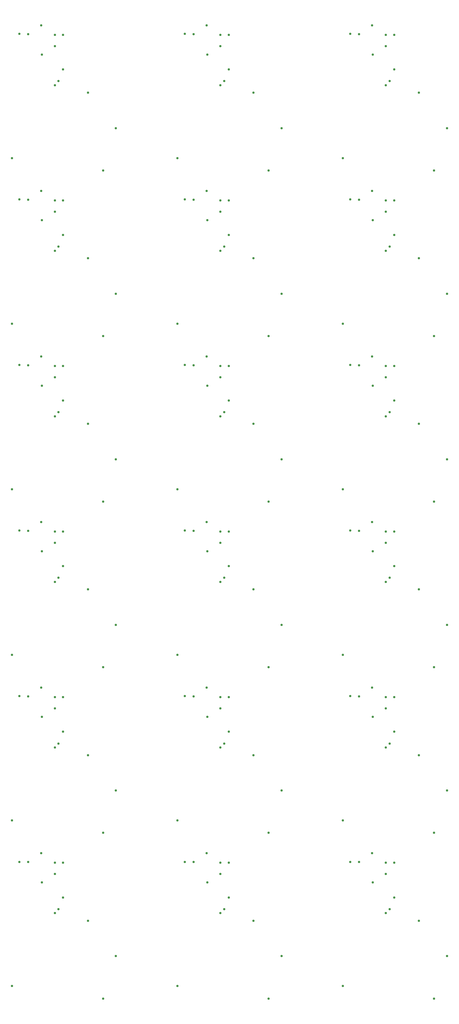
<source format=gbr>
G04 -- output software:jlccam v1.3.0 *
G04 -- dbname:*
G04 -- stepname:set*
G04 -- layer:sk*
*
G04 -- format*
%FSLAX26Y26*%
%MOIN*%
*
G04 -- apertures*
%ADD10C,0.021654*%
*
G75*
G90*
*
G54D10*
%LPD*%
D10*
X764179Y220500D03*
X833679Y1395700D03*
X916278Y1393200D03*
X1039379Y1476400D03*
X1047179Y1200800D03*
X1169279Y1385800D03*
Y1279500D03*
Y909400D03*
X1204679Y948800D03*
X1247979Y1385800D03*
Y1059100D03*
X1484279Y838600D03*
X1625979Y102400D03*
X1747979Y503900D03*
D10*
X764179Y1787429D03*
X833679Y2962629D03*
X916278Y2960129D03*
X1039379Y3043329D03*
X1047179Y2767729D03*
X1169279Y2952729D03*
Y2846429D03*
Y2476329D03*
X1204679Y2515729D03*
X1247979Y2952729D03*
Y2626029D03*
X1484279Y2405529D03*
X1625979Y1669329D03*
X1747979Y2070829D03*
D10*
X764179Y3354358D03*
X833679Y4529558D03*
X916278Y4527058D03*
X1039379Y4610258D03*
X1047179Y4334658D03*
X1169279Y4519658D03*
Y4413358D03*
Y4043258D03*
X1204679Y4082658D03*
X1247979Y4519658D03*
Y4192958D03*
X1484279Y3972458D03*
X1625979Y3236258D03*
X1747979Y3637758D03*
D10*
X764179Y4921287D03*
X833679Y6096487D03*
X916278Y6093987D03*
X1039379Y6177187D03*
X1047179Y5901587D03*
X1169279Y6086587D03*
Y5980287D03*
Y5610187D03*
X1204679Y5649587D03*
X1247979Y6086587D03*
Y5759887D03*
X1484279Y5539387D03*
X1625979Y4803187D03*
X1747979Y5204687D03*
D10*
X764179Y6488216D03*
X833679Y7663416D03*
X916278Y7660916D03*
X1039379Y7744116D03*
X1047179Y7468516D03*
X1169279Y7653516D03*
Y7547216D03*
Y7177116D03*
X1204679Y7216516D03*
X1247979Y7653516D03*
Y7326816D03*
X1484279Y7106316D03*
X1625979Y6370116D03*
X1747979Y6771616D03*
D10*
X764179Y8055145D03*
X833679Y9230345D03*
X916278Y9227845D03*
X1039379Y9311045D03*
X1047179Y9035445D03*
X1169279Y9220445D03*
Y9114145D03*
Y8744045D03*
X1204679Y8783445D03*
X1247979Y9220445D03*
Y8893745D03*
X1484279Y8673245D03*
X1625979Y7937045D03*
X1747979Y8338545D03*
D10*
X2331086Y220500D03*
X2400586Y1395700D03*
X2483185Y1393200D03*
X2606286Y1476400D03*
X2614086Y1200800D03*
X2736186Y1385800D03*
Y1279500D03*
Y909400D03*
X2771586Y948800D03*
X2814886Y1385800D03*
Y1059100D03*
X3051186Y838600D03*
X3192886Y102400D03*
X3314886Y503900D03*
D10*
X2331086Y1787429D03*
X2400586Y2962629D03*
X2483185Y2960129D03*
X2606286Y3043329D03*
X2614086Y2767729D03*
X2736186Y2952729D03*
Y2846429D03*
Y2476329D03*
X2771586Y2515729D03*
X2814886Y2952729D03*
Y2626029D03*
X3051186Y2405529D03*
X3192886Y1669329D03*
X3314886Y2070829D03*
D10*
X2331086Y3354358D03*
X2400586Y4529558D03*
X2483185Y4527058D03*
X2606286Y4610258D03*
X2614086Y4334658D03*
X2736186Y4519658D03*
Y4413358D03*
Y4043258D03*
X2771586Y4082658D03*
X2814886Y4519658D03*
Y4192958D03*
X3051186Y3972458D03*
X3192886Y3236258D03*
X3314886Y3637758D03*
D10*
X2331086Y4921287D03*
X2400586Y6096487D03*
X2483185Y6093987D03*
X2606286Y6177187D03*
X2614086Y5901587D03*
X2736186Y6086587D03*
Y5980287D03*
Y5610187D03*
X2771586Y5649587D03*
X2814886Y6086587D03*
Y5759887D03*
X3051186Y5539387D03*
X3192886Y4803187D03*
X3314886Y5204687D03*
D10*
X2331086Y6488216D03*
X2400586Y7663416D03*
X2483185Y7660916D03*
X2606286Y7744116D03*
X2614086Y7468516D03*
X2736186Y7653516D03*
Y7547216D03*
Y7177116D03*
X2771586Y7216516D03*
X2814886Y7653516D03*
Y7326816D03*
X3051186Y7106316D03*
X3192886Y6370116D03*
X3314886Y6771616D03*
D10*
X2331086Y8055145D03*
X2400586Y9230345D03*
X2483185Y9227845D03*
X2606286Y9311045D03*
X2614086Y9035445D03*
X2736186Y9220445D03*
Y9114145D03*
Y8744045D03*
X2771586Y8783445D03*
X2814886Y9220445D03*
Y8893745D03*
X3051186Y8673245D03*
X3192886Y7937045D03*
X3314886Y8338545D03*
D10*
X3897993Y220500D03*
X3967493Y1395700D03*
X4050092Y1393200D03*
X4173193Y1476400D03*
X4180993Y1200800D03*
X4303093Y1385800D03*
Y1279500D03*
Y909400D03*
X4338493Y948800D03*
X4381793Y1385800D03*
Y1059100D03*
X4618093Y838600D03*
X4759793Y102400D03*
X4881793Y503900D03*
D10*
X3897993Y1787429D03*
X3967493Y2962629D03*
X4050092Y2960129D03*
X4173193Y3043329D03*
X4180993Y2767729D03*
X4303093Y2952729D03*
Y2846429D03*
Y2476329D03*
X4338493Y2515729D03*
X4381793Y2952729D03*
Y2626029D03*
X4618093Y2405529D03*
X4759793Y1669329D03*
X4881793Y2070829D03*
D10*
X3897993Y3354358D03*
X3967493Y4529558D03*
X4050092Y4527058D03*
X4173193Y4610258D03*
X4180993Y4334658D03*
X4303093Y4519658D03*
Y4413358D03*
Y4043258D03*
X4338493Y4082658D03*
X4381793Y4519658D03*
Y4192958D03*
X4618093Y3972458D03*
X4759793Y3236258D03*
X4881793Y3637758D03*
D10*
X3897993Y4921287D03*
X3967493Y6096487D03*
X4050092Y6093987D03*
X4173193Y6177187D03*
X4180993Y5901587D03*
X4303093Y6086587D03*
Y5980287D03*
Y5610187D03*
X4338493Y5649587D03*
X4381793Y6086587D03*
Y5759887D03*
X4618093Y5539387D03*
X4759793Y4803187D03*
X4881793Y5204687D03*
D10*
X3897993Y6488216D03*
X3967493Y7663416D03*
X4050092Y7660916D03*
X4173193Y7744116D03*
X4180993Y7468516D03*
X4303093Y7653516D03*
Y7547216D03*
Y7177116D03*
X4338493Y7216516D03*
X4381793Y7653516D03*
Y7326816D03*
X4618093Y7106316D03*
X4759793Y6370116D03*
X4881793Y6771616D03*
D10*
X3897993Y8055145D03*
X3967493Y9230345D03*
X4050092Y9227845D03*
X4173193Y9311045D03*
X4180993Y9035445D03*
X4303093Y9220445D03*
Y9114145D03*
Y8744045D03*
X4338493Y8783445D03*
X4381793Y9220445D03*
Y8893745D03*
X4618093Y8673245D03*
X4759793Y7937045D03*
X4881793Y8338545D03*
M02*

</source>
